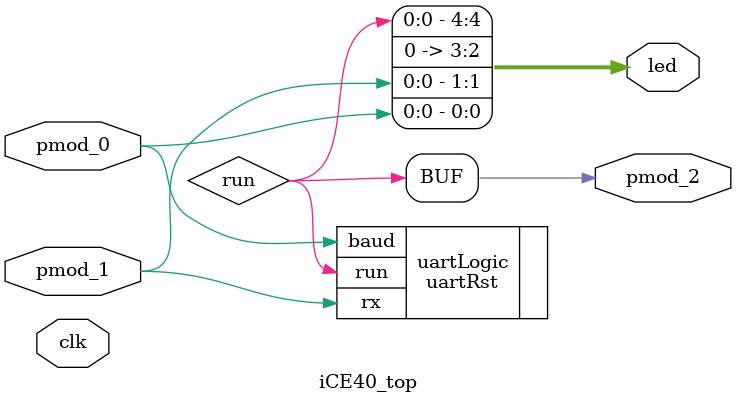
<source format=v>
module iCE40_top(
    output[4:0] led,
    //input [7:0] pmod,
    input pmod_0,  //reset
    input pmod_1,  //edge source to sync with
    output pmod_2,
    input clk,      //12MHz clock source

  );
  parameter CYCLES = 4;
  //wire [$clog2(CYCLES+1)-1:0] bitCount;
  wire run;
  assign led[0] = pmod_0;
  assign led[1] = pmod_1;
  assign led[2] = 0;
  assign led[3] = 0;
  assign pmod_2 = run;
  assign led[4] = run;

  uartRst #(.N_BITS(CYCLES)) uartLogic (
    .baud(pmod_0),
    .rx(pmod_1),
    //.count(bitCount),
    .run(run)
  );


endmodule

</source>
